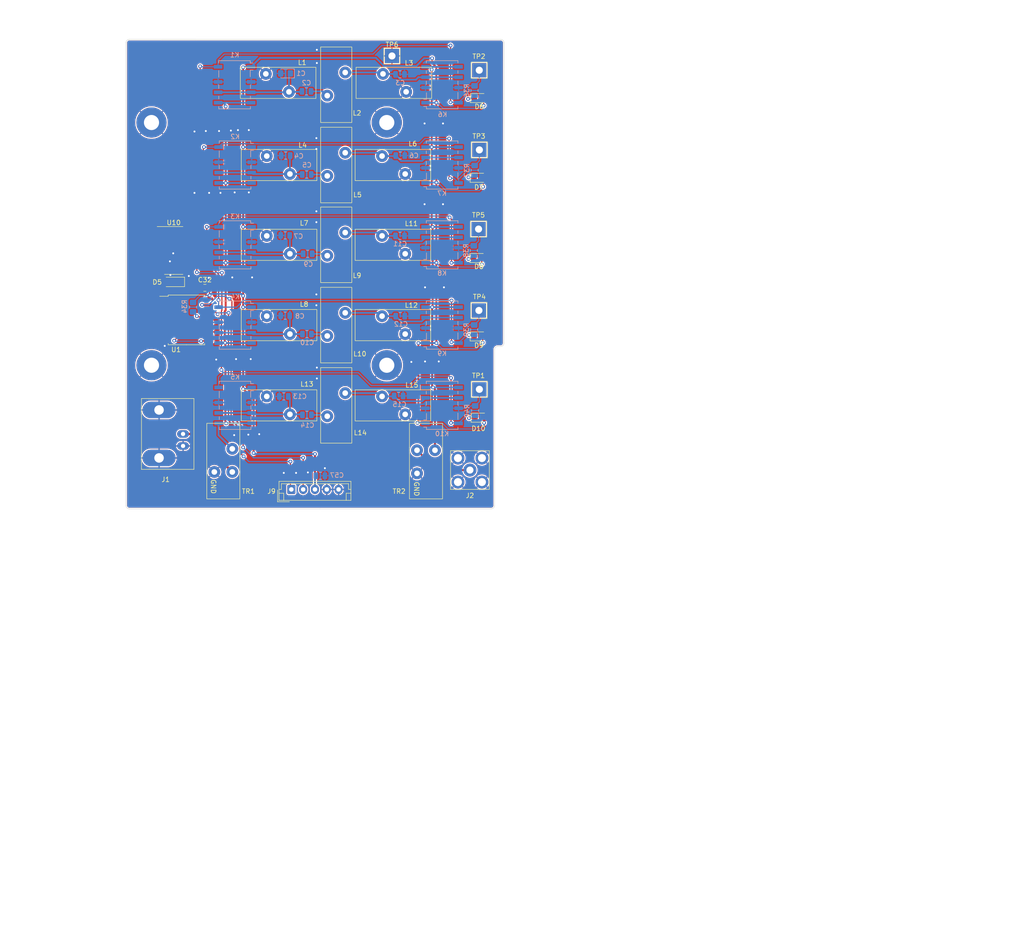
<source format=kicad_pcb>
(kicad_pcb (version 20211014) (generator pcbnew)
  (layers (0 "F.Cu" signal) (31 "B.Cu" signal) (34 "B.Paste" user) (35 "F.Paste" user) (36 "B.SilkS" user "B.Silkscreen") (37 "F.SilkS" user "F.Silkscreen") (38 "B.Mask" user) (39 "F.Mask" user) (44 "Edge.Cuts" user))
  (net 0 "")
  (net 1 "Net-(J1-Pad1)")
  (net 2 "GNDA")
  (net 3 "Net-(C1-Pad1)")
  (net 4 "Net-(C2-Pad1)")
  (net 5 "Net-(C3-Pad1)")
  (net 6 "Net-(C4-Pad1)")
  (net 7 "Net-(C5-Pad1)")
  (net 8 "Net-(C6-Pad1)")
  (net 9 "Net-(C7-Pad1)")
  (net 10 "Net-(C10-Pad2)")
  (net 11 "Net-(C9-Pad1)")
  (net 12 "Net-(C10-Pad1)")
  (net 13 "Net-(C11-Pad1)")
  (net 14 "Net-(C12-Pad1)")
  (net 15 "Net-(C13-Pad1)")
  (net 16 "Net-(C14-Pad1)")
  (net 17 "Net-(C15-Pad1)")
  (net 18 "V5A")
  (net 19 "Net-(D5-Pad1)")
  (net 20 "Net-(D6-Pad1)")
  (net 21 "Net-(D7-Pad1)")
  (net 22 "Net-(D8-Pad1)")
  (net 23 "Net-(D9-Pad1)")
  (net 24 "Net-(D10-Pad1)")
  (net 25 "Net-(J2-Pad1)")
  (net 26 "Net-(J9-Pad1)")
  (net 27 "Net-(J9-Pad2)")
  (net 28 "Net-(K1-Pad4)")
  (net 29 "B1")
  (net 30 "B2")
  (net 31 "B3")
  (net 32 "B4")
  (net 33 "B5")
  (net 34 "Net-(K10-Pad4)")
  (net 35 "Net-(R34-Pad1)")
  (net 36 "Net-(U1-Pad4)")
  (net 37 "Net-(U1-Pad5)")
  (net 38 "Net-(U1-Pad6)")
  (net 39 "Net-(U1-Pad7)")
  (net 40 "Net-(U1-Pad9)")
  (footprint "PERE:Coil_toroid_T50_Vertical" (layer "F.Cu") (at 72.3 106.5 180)
    (fp_text reference "L13")
    (fp_text value "65nH")
  )
  (footprint "PERE:TR_4_to_1_T50_Vertical" (layer "F.Cu") (at 103.5 118.4 -90)
    (fp_text reference "TR2")
    (fp_text value "4:1")
  )
  (footprint "PERE:Coil_toroid_T50_Vertical" (layer "F.Cu") (at 96.6 106.5)
    (fp_text reference "L15")
    (fp_text value "65nH")
  )
  (footprint "TestPoint:TestPoint_THTPad_3.0x3.0mm_Drill1.5mm" (layer "F.Cu") (at 114.625 69.1625)
    (fp_text reference "TP5")
    (fp_text value "TestPoint_Flag" hide)
  )
  (footprint "TestPoint:TestPoint_THTPad_3.0x3.0mm_Drill1.5mm" (layer "F.Cu") (at 114.8 103.1)
    (fp_text reference "TP1")
    (fp_text value "TestPoint_Flag" hide)
  )
  (footprint "PERE:Coil_toroid_T50_Vertical" (layer "F.Cu") (at 72.1 38.2 180)
    (fp_text reference "L1")
    (fp_text value "3,16uH")
  )
  (footprint "PERE:TR_4_to_1_T50_Vertical" (layer "F.Cu") (at 60.6 118.2 90)
    (fp_text reference "TR1")
    (fp_text value "4:1")
  )
  (footprint "PERE:Coil_toroid_T50_Vertical" (layer "F.Cu") (at 72.3 55.6 180)
    (fp_text reference "L4")
    (fp_text value "1,41uH")
  )
  (footprint "TestPoint:TestPoint_THTPad_3.0x3.0mm_Drill1.5mm" (layer "F.Cu") (at 114.775 35.525)
    (fp_text reference "TP2")
    (fp_text value "TestPoint_Flag" hide)
  )
  (footprint "PERE:Coil_toroid_T50_Vertical" (layer "F.Cu") (at 96.6 55.6)
    (fp_text reference "L6")
    (fp_text value "1.41uH")
  )
  (footprint "TestPoint:TestPoint_THTPad_3.0x3.0mm_Drill1.5mm" (layer "F.Cu") (at 114.7 86.4)
    (fp_text reference "TP4")
    (fp_text value "TestPoint_Flag" hide)
  )
  (footprint "PERE:Coil_toroid_T50_Vertical" (layer "F.Cu") (at 84.5 89.4 90)
    (fp_text reference "L10")
    (fp_text value "16uH")
  )
  (footprint "LED_SMD:LED_0805_2012Metric_Pad1.15x1.40mm_HandSolder" (layer "F.Cu") (at 114.7 58.3)
    (fp_text reference "D7")
    (fp_text value "LED")
  )
  (footprint "PERE:Coil_toroid_T50_Vertical" (layer "F.Cu") (at 96.6 89.5)
    (fp_text reference "L12")
    (fp_text value "242nH")
  )
  (footprint "TestPoint:TestPoint_THTPad_3.0x3.0mm_Drill1.5mm" (layer "F.Cu") (at 96.3 32.5)
    (fp_text reference "TP6")
    (fp_text value "TestPoint_Flag" hide)
  )
  (footprint "Package_SO:SOIC-16W_7.5x10.3mm_P1.27mm" (layer "F.Cu") (at 52.8 88.4)
    (fp_text reference "U1")
    (fp_text value "PCF8574A")
  )
  (footprint "Capacitor_SMD:C_0805_2012Metric" (layer "F.Cu") (at 56.7 81.6)
    (fp_text reference "C32")
    (fp_text value "100n")
  )
  (footprint "PERE:SMA_Amphenol_901-144_Vertical" (layer "F.Cu") (at 112.8 120.2)
    (fp_text reference "J2")
    (fp_text value "RF IN/OUT")
  )
  (footprint "LED_SMD:LED_0805_2012Metric_Pad1.15x1.40mm_HandSolder" (layer "F.Cu") (at 114.625 75.3)
    (fp_text reference "D8")
    (fp_text value "LED")
  )
  (footprint "PERE:Coil_toroid_T50_Vertical" (layer "F.Cu") (at 84.5 106.4 90)
    (fp_text reference "L14")
    (fp_text value "21,45uH")
  )
  (footprint "PERE:BNC_Amphenol_B6252HB-NPP3G-50_Horizontal" (layer "F.Cu") (at 52.08 112.55 90)
    (fp_text reference locked "J1")
    (fp_text value "ANTENA")
  )
  (footprint "PERE:Coil_toroid_T50_Vertical" (layer "F.Cu") (at 84.5 38.5 90)
    (fp_text reference "L2")
    (fp_text value "34,12uH")
  )
  (footprint "Connector_JST:JST_EH_B5B-EH-A_1x05_P2.50mm_Vertical" (layer "F.Cu") (at 75 124.3)
    (fp_text reference "J9")
    (fp_text value "Conn_01x05" hide)
  )
  (footprint "LED_SMD:LED_0805_2012Metric_Pad1.15x1.40mm_HandSolder" (layer "F.Cu") (at 114.775 41.425)
    (fp_text reference "D6")
    (fp_text value "LED")
  )
  (footprint "PERE:Coil_toroid_T50_Vertical" (layer "F.Cu") (at 96.6 72.5)
    (fp_text reference "L11")
    (fp_text value "521nH")
  )
  (footprint "PERE:Coil_toroid_T50_Vertical" (layer "F.Cu") (at 96.8 38.2)
    (fp_text reference "L3")
    (fp_text value "3,16uH")
  )
  (footprint "TestPoint:TestPoint_THTPad_3.0x3.0mm_Drill1.5mm" (layer "F.Cu") (at 114.8 52.39375)
    (fp_text reference "TP3")
    (fp_text value "TestPoint_Flag" hide)
  )
  (footprint "MountingHole:MountingHole_3.2mm_M3_Pad_TopBottom" (layer "F.Cu") (at 45.4 46.6)
    (fp_text reference "H2" hide)
    (fp_text value "MountingHole_Pad" hide)
  )
  (footprint "LED_SMD:LED_0805_2012Metric_Pad1.15x1.40mm_HandSolder" (layer "F.Cu") (at 114.7 91.9)
    (fp_text reference "D9")
    (fp_text value "LED")
  )
  (footprint "PERE:Coil_toroid_T50_Vertical" (layer "F.Cu") (at 72.3 72.5 180)
    (fp_text reference "L7")
    (fp_text value "521nH")
  )
  (footprint "MountingHole:MountingHole_3.2mm_M3_Pad_TopBottom" (layer "F.Cu") (at 95.2 98)
    (fp_text reference "H1" hide)
    (fp_text value "MountingHole_Pad" hide)
  )
  (footprint "MountingHole:MountingHole_3.2mm_M3_Pad_TopBottom" (layer "F.Cu") (at 95.2 46.6)
    (fp_text reference "H4" hide)
    (fp_text value "MountingHole_Pad" hide)
  )
  (footprint "MountingHole:MountingHole_3.2mm_M3_Pad_TopBottom" (layer "F.Cu") (at 45.4 98)
    (fp_text reference "H3" hide)
    (fp_text value "MountingHole_Pad" hide)
  )
  (footprint "PERE:Coil_toroid_T50_Vertical" (layer "F.Cu") (at 84.5 55.5 90)
    (fp_text reference "L5")
    (fp_text value "20,2uH")
  )
  (footprint "Diode_SMD:D_SOD-123" (layer "F.Cu") (at 50.15 80.35 180)
    (fp_text reference "D5")
    (fp_text value "10V")
  )
  (footprint "PERE:Coil_toroid_T50_Vertical" (layer "F.Cu") (at 84.5 72.4 90)
    (fp_text reference "L9")
    (fp_text value "15,3uH")
  )
  (footprint "Package_SO:SOP-16_3.9x9.9mm_P1.27mm" (layer "F.Cu") (at 50.1 73.7)
    (fp_text reference "U10")
    (fp_text value "ULN2003 SOP16")
  )
  (footprint "PERE:Coil_toroid_T50_Vertical" (layer "F.Cu") (at 72.3 89.5 180)
    (fp_text reference "L8")
    (fp_text value "242nH")
  )
  (footprint "LED_SMD:LED_0805_2012Metric_Pad1.15x1.40mm_HandSolder" (layer "F.Cu") (at 114.9 109.1)
    (fp_text reference "D10")
    (fp_text value "LED")
  )
  (footprint "Resistor_SMD:R_0805_2012Metric_Pad1.20x1.40mm_HandSolder" (layer "B.Cu") (at 113.9 107.6 -90)
    (fp_text reference "R40")
    (fp_text value "390R")
  )
  (footprint "Relay_SMD:Relay_DPDT_Omron_G6K-2F-Y" (layer "B.Cu") (at 106.9 106.5)
    (fp_text reference "K10")
    (fp_text value "G6K-2")
  )
  (footprint "Capacitor_SMD:C_0805_2012Metric" (layer "B.Cu") (at 98.05 53.6)
    (fp_text reference "C6")
    (fp_text value "252pF")
  )
  (footprint "Relay_SMD:Relay_DPDT_Omron_G6K-2F-Y" (layer "B.Cu") (at 106.9 72.5)
    (fp_text reference "K8")
    (fp_text value "G6K-2")
  )
  (footprint "Resistor_SMD:R_0805_2012Metric_Pad1.20x1.40mm_HandSolder" (layer "B.Cu") (at 113.7 90.46875 -90)
    (fp_text reference "R39")
    (fp_text value "390R")
  )
  (footprint "Capacitor_SMD:C_0805_2012Metric" (layer "B.Cu") (at 98 70.6)
    (fp_text reference "C11")
    (fp_text value "191pF")
  )
  (footprint "Relay_SMD:Relay_DPDT_Omron_G6K-2F-Y" (layer "B.Cu") (at 63.1 89.5 180)
    (fp_text reference "K4")
    (fp_text value "G6K-2")
  )
  (footprint "Capacitor_SMD:C_0805_2012Metric" (layer "B.Cu") (at 78.25 57.6 180)
    (fp_text reference "C5")
    (fp_text value "18pF")
  )
  (footprint "Capacitor_SMD:C_0805_2012Metric" (layer "B.Cu") (at 73.7 87.5 180)
    (fp_text reference "C8")
    (fp_text value "200pF")
  )
  (footprint "Capacitor_SMD:C_0805_2012Metric" (layer "B.Cu") (at 78.3 108.5 180)
    (fp_text reference "C14")
    (fp_text value "1,5pF")
  )
  (footprint "Capacitor_SMD:C_0805_2012Metric" (layer "B.Cu") (at 98.05 87.6)
    (fp_text reference "C12")
    (fp_text value "200pF")
  )
  (footprint "Capacitor_SMD:C_0805_2012Metric" (layer "B.Cu") (at 98 36.4)
    (fp_text reference "C3")
    (fp_text value "426pF")
  )
  (footprint "Resistor_SMD:R_0805_2012Metric_Pad1.20x1.40mm_HandSolder" (layer "B.Cu") (at 113.8 56.7 -90)
    (fp_text reference "R37")
    (fp_text value "390R")
  )
  (footprint "Relay_SMD:Relay_DPDT_Omron_G6K-2F-Y" (layer "B.Cu") (at 63.1 106.5 180)
    (fp_text reference "K5")
    (fp_text value "G6K-2")
  )
  (footprint "Capacitor_SMD:C_0805_2012Metric" (layer "B.Cu") (at 81.15 121.4 180)
    (fp_text reference "C57")
    (fp_text value "100n")
  )
  (footprint "Capacitor_SMD:C_0805_2012Metric" (layer "B.Cu") (at 97.7 104.5)
    (fp_text reference "C15")
    (fp_text value "470pF")
  )
  (footprint "Relay_SMD:Relay_DPDT_Omron_G6K-2F-Y" (layer "B.Cu") (at 63.1 72.5 180)
    (fp_text reference "K3")
    (fp_text value "G6K-2")
  )
  (footprint "Capacitor_SMD:C_0805_2012Metric" (layer "B.Cu") (at 78.2 40 180)
    (fp_text reference "C2")
    (fp_text value "39pF")
  )
  (footprint "Resistor_SMD:R_0805_2012Metric_Pad1.20x1.40mm_HandSolder" (layer "B.Cu") (at 54.2 85.7 90)
    (fp_text reference "R34")
    (fp_text value "1k")
  )
  (footprint "Capacitor_SMD:C_0805_2012Metric" (layer "B.Cu") (at 78.45 74.4 180)
    (fp_text reference "C9")
    (fp_text value "6,5pF")
  )
  (footprint "LED_SMD:LED_0805_2012Metric_Pad1.15x1.40mm_HandSolder" (layer "B.Cu") (at 73.775 36.2 180)
    (fp_text reference "C1")
    (fp_text value "426pF")
  )
  (footprint "Relay_SMD:Relay_DPDT_Omron_G6K-2F-Y" (layer "B.Cu") (at 106.9 55.6)
    (fp_text reference "K7")
    (fp_text value "G6K-2")
  )
  (footprint "Resistor_SMD:R_0805_2012Metric_Pad1.20x1.40mm_HandSolder" (layer "B.Cu") (at 113.625 73.7 -90)
    (fp_text reference "R38")
    (fp_text value "390R")
  )
  (footprint "Relay_SMD:Relay_DPDT_Omron_G6K-2F-Y" (layer "B.Cu") (at 106.9 38.6)
    (fp_text reference "K6")
    (fp_text value "G6K-2")
  )
  (footprint "Relay_SMD:Relay_DPDT_Omron_G6K-2F-Y" (layer "B.Cu") (at 63 38.6 180)
    (fp_text reference "K1")
    (fp_text value "G6K-2")
  )
  (footprint "Capacitor_SMD:C_0805_2012Metric" (layer "B.Cu") (at 73.8 53.6 180)
    (fp_text reference "C4")
    (fp_text value "252pF")
  )
  (footprint "Capacitor_SMD:C_0805_2012Metric" (layer "B.Cu") (at 78.3 91.4 180)
    (fp_text reference "C10")
    (fp_text value "3pF")
  )
  (footprint "Capacitor_SMD:C_0805_2012Metric" (layer "B.Cu") (at 73.4 104.6 180)
    (fp_text reference "C13")
    (fp_text value "470pF")
  )
  (footprint "Relay_SMD:Relay_DPDT_Omron_G6K-2F-Y" (layer "B.Cu") (at 63.1 55.6 180)
    (fp_text reference "K2")
    (fp_text value "G6K-2")
  )
  (footprint "Capacitor_SMD:C_0805_2012Metric" (layer "B.Cu") (at 73.7 70.5 180)
    (fp_text reference "C7")
    (fp_text value "191pF")
  )
  (footprint "Relay_SMD:Relay_DPDT_Omron_G6K-2F-Y" (layer "B.Cu") (at 106.9 89.5)
    (fp_text reference "K9")
    (fp_text value "G6K-2")
  )
  (footprint "Resistor_SMD:R_0805_2012Metric_Pad1.20x1.40mm_HandSolder" (layer "B.Cu") (at 113.775 39.825 -90)
    (fp_text reference "R36")
    (fp_text value "390R")
  )
  (gr_arc locked (start 118 94.7) (mid 118.193885 94.211515) (end 118.675 94) (layer "Edge.Cuts") (width 0.1))
  (gr_line locked (start 120.023551 29.713609) (end 119.993885 93.311515) (layer "Edge.Cuts") (width 0.1))
  (gr_arc locked (start 40.013609 29.728232) (mid 40.201667 29.208452) (end 40.713609 29) (layer "Edge.Cuts") (width 0.1))
  (gr_line locked (start 118.675 94) (end 119.318885 94.011515) (layer "Edge.Cuts") (width 0.1))
  (gr_arc locked (start 118 127.7) (mid 117.806115 128.188485) (end 117.325 128.4) (layer "Edge.Cuts") (width 0.1))
  (gr_line locked (start 81.051783 128.4) (end 117.325 128.4) (layer "Edge.Cuts") (width 0.1))
  (gr_line locked (start 119.271768 29.013609) (end 40.713609 29) (layer "Edge.Cuts") (width 0.1))
  (gr_line locked (start 40.751783 128.4) (end 81.051783 128.4) (layer "Edge.Cuts") (width 0.1))
  (gr_line locked (start 118 94.7) (end 118 127.7) (layer "Edge.Cuts") (width 0.1))
  (gr_arc locked (start 119.271768 29.013609) (mid 119.8 29.2) (end 120.023551 29.713609) (layer "Edge.Cuts") (width 0.1))
  (gr_line locked (start 40.013609 29.728232) (end 40 127.7) (layer "Edge.Cuts") (width 0.1))
  (gr_arc locked (start 40.751783 128.4) (mid 40.223551 128.213609) (end 40 127.7) (layer "Edge.Cuts") (width 0.1))
  (gr_arc locked (start 119.993885 93.311515) (mid 119.8 93.8) (end 119.318885 94.011515) (layer "Edge.Cuts") (width 0.1))
  (segment (start 54.45 112.55) (end 52.08 112.55) (width 0.5) (layer "F.Cu") (net 1))
  (segment (start 62.5 120.6) (end 54.45 112.55) (width 0.5) (layer "F.Cu") (net 1))
  (segment (start 48.5 79.045) (end 48.5 80.35) (width 0.25) (layer "F.Cu") (net 2))
  (segment (start 47.6 78.145) (end 48.5 79.045) (width 0.25) (layer "F.Cu") (net 2))
  (via (at 80.4 98.5) (size 0.8) (drill 0.4) (layers "F.Cu" "B.Cu") (net 2))
  (via (at 65.9 112.7) (size 0.8) (drill 0.4) (layers "F.Cu" "B.Cu") (net 2))
  (via (at 62.2 48.3) (size 0.8) (drill 0.4) (layers "F.Cu" "B.Cu") (net 2))
  (via (at 100.4 97.3) (size 0.8) (drill 0.4) (layers "F.Cu" "B.Cu") (net 2))
  (via (at 63.3 96.7) (size 0.8) (drill 0.4) (layers "F.Cu" "B.Cu") (net 2))
  (via (at 82.1 119.8) (size 0.8) (drill 0.4) (layers "F.Cu" "B.Cu") (net 2))
  (via (at 54.5 61.5) (size 0.8) (drill 0.4) (layers "F.Cu" "B.Cu") (net 2))
  (via (at 49.4 78.9) (size 0.8) (drill 0.4) (layers "F.Cu" "B.Cu") (net 2))
  (via (at 68.2 112.6) (size 0.8) (drill 0.4) (layers "F.Cu" "B.Cu") (net 2))
  (via (at 80.3 65.4) (size 0.8) (drill 0.4) (layers "F.Cu" "B.Cu") (net 2))
  (via (at 106.2 97.2) (size 0.8) (drill 0.4) (layers "F.Cu" "B.Cu") (net 2))
  (via (at 103.2 46.8) (size 0.8) (drill 0.4) (layers "F.Cu" "B.Cu") (net 2))
  (via (at 78.5 120.7) (size 0.8) (drill 0.4) (layers "F.Cu" "B.Cu") (net 2))
  (via (at 63 61.4) (size 0.8) (drill 0.4) (layers "F.Cu" "B.Cu") (net 2))
  (via (at 103.2 63.9) (size 0.8) (drill 0.4) (layers "F.Cu" "B.Cu") (net 2))
  (via (at 50 74.3) (size 0.8) (drill 0.4) (layers "F.Cu" "B.Cu") (net 2))
  (via (at 53.3 79.1) (size 0.8) (drill 0.4) (layers "F.Cu" "B.Cu") (net 2))
  (via (at 73.4 120.8) (size 0.8) (drill 0.4) (layers "F.Cu" "B.Cu") (net 2))
  (via (at 80.3 83) (size 0.8) (drill 0.4) (layers "F.Cu" "B.Cu") (net 2))
  (via (at 60 61.5) (size 0.8) (drill 0.4) (layers "F.Cu" "B.Cu") (net 2))
  (via (at 80.4 34) (size 0.8) (drill 0.4) (layers "F.Cu" "B.Cu") (net 2))
  (via (at 62.9 112.8) (size 0.8) (drill 0.4) (layers "F.Cu" "B.Cu") (net 2))
  (via (at 48.2 93.9) (size 0.8) (drill 0.4) (layers "F.Cu" "B.Cu") (net 2))
  (via (at 107.1 46.8) (size 0.8) (drill 0.4) (layers "F.Cu" "B.Cu") (net 2))
  (via (at 57.5 79.5) (size 0.8) (drill 0.4) (layers "F.Cu" "B.Cu") (net 2))
  (via (at 80.4 31.2) (size 0.8) (drill 0.4) (layers "F.Cu" "B.Cu") (net 2))
  (via (at 59.7 48.4) (size 0.8) (drill 0.4) (layers "F.Cu" "B.Cu") (net 2))
  (via (at 62.5 79.4) (size 0.8) (drill 0.4) (layers "F.Cu" "B.Cu") (net 2))
  (via (at 80.3 49.9) (size 0.8) (drill 0.4) (layers "F.Cu" "B.Cu") (net 2))
  (via (at 80.4 100.8) (size 0.8) (drill 0.4) (layers "F.Cu" "B.Cu") (net 2))
  (via (at 80.3 67.7) (size 0.8) (drill 0.4) (layers "F.Cu" "B.Cu") (net 2))
  (via (at 66 48.2) (size 0.8) (drill 0.4) (layers "F.Cu" "B.Cu") (net 2))
  (via (at 80.3 52.2) (size 0.8) (drill 0.4) (layers "F.Cu" "B.Cu") (net 2))
  (via (at 103.3 97.2) (size 0.8) (drill 0.4) (layers "F.Cu" "B.Cu") (net 2))
  (via (at 107.3 81.5) (size 0.8) (drill 0.4) (layers "F.Cu" "B.Cu") (net 2))
  (via (at 107.1 63.9) (size 0.8) (drill 0.4) (layers "F.Cu" "B.Cu") (net 2))
  (via (at 80.3 85.3) (size 0.8) (drill 0.4) (layers "F.Cu" "B.Cu") (net 2))
  (via (at 103.3 81.5) (size 0.8) (drill 0.4) (layers "F.Cu" "B.Cu") (net 2))
  (via (at 59.1 96.8) (size 0.8) (drill 0.4) (layers "F.Cu" "B.Cu") (net 2))
  (via (at 57.6 61.5) (size 0.8) (drill 0.4) (layers "F.Cu" "B.Cu") (net 2))
  (via (at 63.7 48.2) (size 0.8) (drill 0.4) (layers "F.Cu" "B.Cu") (net 2))
  (via (at 56.9 48.4) (size 0.8) (drill 0.4) (layers "F.Cu" "B.Cu") (net 2))
  (via (at 66.7 79.4) (size 0.8) (drill 0.4) (layers "F.Cu" "B.Cu") (net 2))
  (via (at 66 61.4) (size 0.8) (drill 0.4) (layers "F.Cu" "B.Cu") (net 2))
  (via (at 54.5 48.5) (size 0.8) (drill 0.4) (layers "F.Cu" "B.Cu") (net 2))
  (via (at 49.3 76) (size 0.8) (drill 0.4) (layers "F.Cu" "B.Cu") (net 2))
  (via (at 66.4 96.7) (size 0.8) (drill 0.4) (layers "F.Cu" "B.Cu") (net 2))
  (via (at 76 120.8) (size 0.8) (drill 0.4) (layers "F.Cu" "B.Cu") (net 2))
  (segment (start 66.5 40.2) (end 74.4 40.2) (width 0.4) (layer "B.Cu") (net 3))
  (segment (start 74.5 40.1) (end 74.5 36.5) (width 0.4) (layer "B.Cu") (net 3))
  (segment (start 74.5 36.5) (end 74.8 36.2) (width 0.4) (layer "B.Cu") (net 3))
  (segment (start 74.4 40.2) (end 74.5 40.1) (width 0.4) (layer "B.Cu") (net 3))
  (segment (start 74.5 40.1) (end 77.15 40.1) (width 0.4) (layer "B.Cu") (net 3))
  (segment (start 66.5 40.2) (end 59.5 40.2) (width 0.4) (layer "B.Cu") (net 3))
  (segment (start 77.15 40.1) (end 77.25 40) (width 0.4) (layer "B.Cu") (net 3))
  (segment (start 81.7 40) (end 82.6 40.9) (width 0.4) (layer "B.Cu") (net 4))
  (segment (start 79.15 40) (end 81.7 40) (width 0.4) (layer "B.Cu") (net 4))
  (segment (start 94.1 36) (end 94.4 36.3) (width 0.4) (layer "B.Cu") (net 5))
  (segment (start 96.95 36.3) (end 97.05 36.4) (width 0.4) (layer "B.Cu") (net 5))
  (segment (start 97.05 36.4) (end 98.17452 37.52452) (width 0.4) (layer "B.Cu") (net 5))
  (segment (start 103.4 37) (end 110.4 37) (width 0.4) (layer "B.Cu") (net 5))
  (segment (start 86.4 36) (end 94.1 36) (width 0.4) (layer "B.Cu") (net 5))
  (segment (start 101.37548 37.52452) (end 101.9 37) (width 0.4) (layer "B.Cu") (net 5))
  (segment (start 94.4 36.3) (end 96.95 36.3) (width 0.4) (layer "B.Cu") (net 5))
  (segment (start 101.9 37) (end 103.4 37) (width 0.4) (layer "B.Cu") (net 5))
  (segment (start 98.17452 37.52452) (end 101.37548 37.52452) (width 0.4) (layer "B.Cu") (net 5))
  (segment (start 66.6 57.2) (end 59.6 57.2) (width 0.4) (layer "B.Cu") (net 6))
  (segment (start 66.9 57.5) (end 66.6 57.2) (width 0.4) (layer "B.Cu") (net 6))
  (segment (start 74.7 53.65) (end 74.75 53.6) (width 0.4) (layer "B.Cu") (net 6))
  (segment (start 77.2 57.5) (end 77.3 57.6) (width 0.4) (layer "B.Cu") (net 6))
  (segment (start 74.7 57.5) (end 74.7 53.65) (width 0.4) (layer "B.Cu") (net 6))
  (segment (start 74.7 57.5) (end 77.2 57.5) (width 0.4) (layer "B.Cu") (net 6))
  (segment (start 74.7 57.5) (end 66.9 57.5) (width 0.4) (layer "B.Cu") (net 6))
  (segment (start 82.3 57.6) (end 82.6 57.9) (width 0.4) (layer "B.Cu") (net 7))
  (segment (start 79.2 57.6) (end 82.3 57.6) (width 0.4) (layer "B.Cu") (net 7))
  (segment (start 93.5 53) (end 94.2 53.7) (width 0.4) (layer "B.Cu") (net 8))
  (segment (start 98.22452 54.72452) (end 102.67548 54.72452) (width 0.4) (layer "B.Cu") (net 8))
  (segment (start 97.1 53.6) (end 98.22452 54.72452) (width 0.4) (layer "B.Cu") (net 8))
  (segment (start 97 53.7) (end 97.1 53.6) (width 0.4) (layer "B.Cu") (net 8))
  (segment (start 102.67548 54.72452) (end 103.4 54) (width 0.4) (layer "B.Cu") (net 8))
  (segment (start 86.4 53) (end 93.5 53) (width 0.4) (layer "B.Cu") (net 8))
  (segment (start 103.4 54) (end 110.4 54) (width 0.4) (layer "B.Cu") (net 8))
  (segment (start 94.2 53.7) (end 97 53.7) (width 0.4) (layer "B.Cu") (net 8))
  (segment (start 74.7 74.4) (end 74.7 70.55) (width 0.4) (layer "B.Cu") (net 9))
  (segment (start 66.6 74.1) (end 59.6 74.1) (width 0.4) (layer "B.Cu") (net 9))
  (segment (start 66.9 74.4) (end 66.6 74.1) (width 0.4) (layer "B.Cu") (net 9))
  (segment (start 74.7 74.4) (end 77.5 74.4) (width 0.4) (layer "B.Cu") (net 9))
  (segment (start 74.7 70.55) (end 74.65 70.5) (width 0.4) (layer "B.Cu") (net 9))
  (segment (start 74.7 74.4) (end 66.9 74.4) (width 0.4) (layer "B.Cu") (net 9))
  (segment (start 77.35 91.4) (end 74.7 91.4) (width 0.4) (layer "B.Cu") (net 10))
  (segment (start 74.7 91.4) (end 74.7 86.6) (width 0.4) (layer "B.Cu") (net 10))
  (segment (start 74.7 91.4) (end 66.9 91.4) (width 0.4) (layer "B.Cu") (net 10))
  (segment (start 66.6 91.1) (end 59.6 91.1) (width 0.4) (layer "B.Cu") (net 10))
  (segment (start 66.9 91.4) (end 66.6 91.1) (width 0.4) (layer "B.Cu") (net 10))
  (segment (start 82.2 74.4) (end 82.6 74.8) (width 0.4) (layer "B.Cu") (net 11))
  (segment (start 79.4 74.4) (end 82.2 74.4) (width 0.4) (layer "B.Cu") (net 11))
  (segment (start 79.25 91.4) (end 82.2 91.4) (width 0.4) (layer "B.Cu") (net 12))
  (segment (start 82.2 91.4) (end 82.6 91.8) (width 0.4) (layer "B.Cu") (net 12))
  (segment (start 102.57548 71.72452) (end 103.4 70.9) (width 0.4) (layer "B.Cu") (net 13))
  (segment (start 103.4 70.9) (end 110.4 70.9) (width 0.4) (layer "B.Cu") (net 13))
  (segment (start 97.05 70.6) (end 98.17452 71.72452) (width 0.4) (layer "B.Cu") (net 13))
  (segment (start 94.2 70.6) (end 97.05 70.6) (width 0.4) (layer "B.Cu") (net 13))
  (segment (start 93.5 69.9) (end 94.2 70.6) (width 0.4) (layer "B.Cu") (net 13))
  (segment (start 86.4 69.9) (end 93.5 69.9) (width 0.4) (layer "B.Cu") (net 13))
  (segment (start 98.17452 71.72452) (end 102.57548 71.72452) (width 0.4) (layer "B.Cu") (net 13))
  (segment (start 98.22452 88.72452) (end 102.57548 88.72452) (width 0.4) (layer "B.Cu") (net 14))
  (segment (start 97.1 87.6) (end 98.22452 88.72452) (width 0.4) (layer "B.Cu") (net 14))
  (segment (start 93.5 86.9) (end 94.2 87.6) (width 0.4) (layer "B.Cu") (net 14))
  (segment (start 102.57548 88.72452) (end 103.4 87.9) (width 0.4) (layer "B.Cu") (net 14))
  (segment (start 94.2 87.6) (end 97.1 87.6) (width 0.4) (layer "B.Cu") (net 14))
  (segment (start 103.4 87.9) (end 110.4 87.9) (width 0.4) (layer "B.Cu") (net 14))
  (segment (start 86.4 86.9) (end 93.5 86.9) (width 0.4) (layer "B.Cu") (net 14))
  (segment (start 74.7 108.4) (end 74.7 104.95) (width 0.4) (layer "B.Cu") (net 15))
  (segment (start 74.7 108.4) (end 66.9 108.4) (width 0.4) (layer "B.Cu") (net 15))
  (segment (start 74.7 108.4) (end 77.25 108.4) (width 0.4) (layer "B.Cu") (net 15))
  (segment (start 66.9 108.4) (end 66.6 108.1) (width 0.4) (layer "B.Cu") (net 15))
  (segment (start 74.7 104.95) (end 74.35 104.6) (width 0.4) (layer "B.Cu") (net 15))
  (segment (start 66.6 108.1) (end 59.6 108.1) (width 0.4) (layer "B.Cu") (net 15))
  (segment (start 77.25 108.4) (end 77.35 108.5) (width 0.4) (layer "B.Cu") (net 15))
  (segment (start 79.25 108.5) (end 82.3 108.5) (width 0.4) (layer "B.Cu") (net 16))
  (segment (start 82.3 108.5) (end 82.6 108.8) (width 0.4) (layer "B.Cu") (net 16))
  (segment (start 93.5 103.9) (end 94.2 104.6) (width 0.4) (layer "B.Cu") (net 17))
  (segment (start 96.65 104.6) (end 96.75 104.5) (width 0.4) (layer "B.Cu") (net 17))
  (segment (start 86.4 103.9) (end 93.5 103.9) (width 0.4) (layer "B.Cu") (net 17))
  (segment (start 94.2 104.6) (end 96.65 104.6) (width 0.4) (layer "B.Cu") (net 17))
  (segment (start 97.87452 105.62452) (end 102.67548 105.62452) (width 0.4) (layer "B.Cu") (net 17))
  (segment (start 96.75 104.5) (end 97.87452 105.62452) (width 0.4) (layer "B.Cu") (net 17))
  (segment (start 103.4 104.9) (end 110.4 104.9) (width 0.4) (layer "B.Cu") (net 17))
  (segment (start 102.67548 105.62452) (end 103.4 104.9) (width 0.4) (layer "B.Cu") (net 17))
  (segment (start 57.7 81.65) (end 57.65 81.6) (width 0.25) (layer "F.Cu") (net 18))
  (segment (start 104.8 33) (end 104.8 34) (width 0.4) (layer "F.Cu") (net 18))
  (segment (start 105.7 59.3) (end 105.7 76.3) (width 0.4) (layer "F.Cu") (net 18))
  (segment (start 115.7 41.525) (end 115.8 41.425) (width 0.25) (layer "F.Cu") (net 18))
  (segment (start 115.5 92.125) (end 115.725 91.9) (width 0.25) (layer "F.Cu") (net 18))
  (segment (start 64.8 34.9) (end 64.8 51.8) (width 0.4) (layer "F.Cu") (net 18))
  (segment (start 115.5 93.2) (end 115.5 92.125) (width 0.25) (layer "F.Cu") (net 18))
  (segment (start 115.6 58.425) (end 115.725 58.3) (width 0.25) (layer "F.Cu") (net 18))
  (segment (start 105.7 42.4) (end 105.7 59.3) (width 0.4) (layer "F.Cu") (net 18))
  (segment (start 57.45 83.45) (end 57.7 83.2) (width 0.4) (layer "F.Cu") (net 18))
  (segment (start 101.9 110) (end 101.7 110.2) (width 0.4) (layer "F.Cu") (net 18))
  (segment (start 105.7 34.9) (end 105.7 42.4) (width 0.4) (layer "F.Cu") (net 18))
  (segment (start 64.8 85.7) (end 64.8 102.7) (width 0.4) (layer "F.Cu") (net 18))
  (segment (start 115.8 110.2) (end 115.8 109.225) (width 0.25) (layer "F.Cu") (net 18))
  (segment (start 64.8 102.7) (end 64.8 103) (width 0.4) (layer "F.Cu") (net 18))
  (segment (start 57.45 83.955) (end 57.45 83.45) (width 0.4) (layer "F.Cu") (net 18))
  (segment (start 64.8 103) (end 67.012299 105.212299) (width 0.4) (layer "F.Cu") (net 18))
  (segment (start 105.7 76.3) (end 105.7 93.3) (width 0.4) (layer "F.Cu") (net 18))
  (segment (start 80 116.8) (end 80 124.3) (width 0.4) (layer "F.Cu") (net 18))
  (segment (start 101.9 93.3) (end 101.9 110) (width 0.4) (layer "F.Cu") (net 18))
  (segment (start 64.8 83.3) (end 64.8 85.7) (width 0.4) (layer "F.Cu") (net 18))
  (segment (start 115.3 76.6) (end 115.3 75.65) (width 0.25) (layer "F.Cu") (net 18))
  (segment (start 115.8 109.225) (end 115.925 109.1) (width 0.25) (layer "F.Cu") (net 18))
  (segment (start 104.8 34) (end 105.7 34.9) (width 0.4) (layer "F.Cu") (net 18))
  (segment (start 115.3 75.65) (end 115.65 75.3) (width 0.25) (layer "F.Cu") (net 18))
  (segment (start 57.7 83.2) (end 57.7 81.65) (width 0.25) (layer "F.Cu") (net 18))
  (segment (start 115.6 60.2) (end 115.6 58.425) (width 0.25) (layer "F.Cu") (net 18))
  (segment (start 64.8 68.7) (end 64.8 83.3) (width 0.4) (layer "F.Cu") (net 18))
  (segment (start 64.8 51.8) (end 64.8 68.7) (width 0.4) (layer "F.Cu") (net 18))
  (segment (start 115.7 43) (end 115.7 41.525) (width 0.25) (layer "F.Cu") (net 18))
  (segment (start 67.012299 105.212299) (end 67.012299 116.587701) (width 0.4) (layer "F.Cu") (net 18))
  (via (at 64.8 51.8) (size 0.8) (drill 0.4) (layers "F.Cu" "B.Cu") (net 18))
  (via (at 57.7 83.2) (size 0.8) (drill 0.4) (layers "F.Cu" "B.Cu") (net 18))
  (via (at 115.5 93.2) (size 0.8) (drill 0.4) (layers "F.Cu" "B.Cu") (net 18))
  (via (at 105.7 59.3) (size 0.8) (drill 0.4) (layers "F.Cu" "B.Cu") (net 18))
  (via (at 115.3 76.6) (size 0.8) (drill 0.4) (layers "F.Cu" "B.Cu") (net 18))
  (via (at 115.7 43) (size 0.8) (drill 0.4) (layers "F.Cu" "B.Cu") (net 18))
  (via (at 64.8 68.7) (size 0.8) (drill 0.4) (layers "F.Cu" "B.Cu") (net 18))
  (via (at 105.7 76.3) (size 0.8) (drill 0.4) (layers "F.Cu" "B.Cu") (net 18))
  (via (at 105.7 93.3) (size 0.8) (drill 0.4) (layers "F.Cu" "B.Cu") (net 18))
  (via (at 64.8 83.3) (size 0.8) (drill 0.4) (layers "F.Cu" "B.Cu") (net 18))
  (via (at 104.8 33) (size 0.8) (drill 0.4) (layers "F.Cu" "B.Cu") (net 18))
  (via (at 64.8 34.9) (size 0.8) (drill 0.4) (layers "F.Cu" "B.Cu") (net 18))
  (via (at 115.6 60.2) (size 0.8) (drill 0.4) (layers "F.Cu" "B.Cu") (net 18))
  (via (at 115.8 110.2) (size 0.8) (drill 0.4) (layers "F.Cu" "B.Cu") (net 18))
  (via (at 101.9 93.3) (size 0.8) (drill 0.4) (layers "F.Cu" "B.Cu") (net 18))
  (via (at 101.7 110.2) (size 0.8) (drill 0.4) (layers "F.Cu" "B.Cu") (net 18))
  (via (at 64.8 85.7) (size 0.8) (drill 0.4) (layers "F.Cu" "B.Cu") (net 18))
  (via (at 80 116.8) (size 0.8) (drill 0.4) (layers "F.Cu" "B.Cu") (net 18))
  (via (at 67.012299 116.587701) (size 0.8) (drill 0.4) (layers "F.Cu" "B.Cu") (net 18))
  (via (at 64.8 103) (size 0.8) (drill 0.4) (layers "F.Cu" "B.Cu") (net 18))
  (via (at 105.7 42.4) (size 0.8) (drill 0.4) (layers "F.Cu" "B.Cu") (net 18))
  (segment (start 80 121.6) (end 80.2 121.4) (width 0.4) (layer "B.Cu") (net 18))
  (segment (start 114.2 94.5) (end 115.5 93.2) (width 0.25) (layer "B.Cu") (net 18))
  (segment (start 101.7 110.2) (end 103.3 110.2) (width 0.4) (layer "B.Cu") (net 18))
  (segment (start 105.7 76.3) (end 103.4 76.3) (width 0.4) (layer "B.Cu") (net 18))
  (segment (start 106.9 94.5) (end 108.6 94.5) (width 0.25) (layer "B.Cu") (net 18))
  (segment (start 67.224598 116.8) (end 67.012299 116.587701) (width 0.4) (layer "B.Cu") (net 18))
  (segment (start 64.8 51.8) (end 66.6 51.8) (width 0.4) (layer "B.Cu") (net 18))
  (segment (start 101.500978 34.6) (end 103.100978 33) (width 0.4) (layer "B.Cu") (net 18))
  (segment (start 105.7 93.3) (end 106.9 94.5) (width 0.25) (layer "B.Cu") (net 18))
  (segment (start 115.1 43.6) (end 115.7 43) (width 0.25) (layer "B.Cu") (net 18))
  (segment (start 107.1 43.6) (end 115.1 43.6) (width 0.25) (layer "B.Cu") (net 18))
  (segment (start 57.7 83.2) (end 58.02451 82.87549) (width 0.4) (layer "B.Cu") (net 18))
  (segment (start 55.7 83.2) (end 54.2 84.7) (width 0.25) (layer "B.Cu") (net 18))
  (segment (start 103.100978 33) (end 104.8 33) (width 0.4) (layer "B.Cu") (net 18))
  (segment (start 66.5 34.8) (end 64.9 34.8) (width 0.4) (layer "B.Cu") (net 18))
  (segment (start 105.9 42.4) (end 107.1 43.6) (width 0.25) (layer "B.Cu") (net 18))
  (segment (start 105.7 76.3) (end 106.6 77.2) (width 0.25) (layer "B.Cu") (net 18))
  (segment (start 107.7 61) (end 114.8 61) (width 0.25) (layer "B.Cu") (net 18))
  (segment (start 58.02451 82.87549) (end 64.37549 82.87549) (width 0.4) (layer "B.Cu") (net 18))
  (segment (start 115.2 111.4) (end 115.8 110.8) (width 0.25) (layer "B.Cu") (net 18))
  (segment (start 115.8 110.8) (end 115.8 110.2) (width 0.25) (layer "B.Cu") (net 18))
  (segment (start 114.8 61) (end 115.6 60.2) (width 0.25) (layer "B.Cu") (net 18))
  (segment (start 105.7 59.3) (end 103.5 59.3) (width 0.4) (layer "B.Cu") (net 18))
  (segment (start 106.7 77.2) (end 114.7 77.2) (width 0.25) (layer "B.Cu") (net 18))
  (segment (start 94.600978 34.6) (end 101.500978 34.6) (width 0.4) (layer "B.Cu") (net 18))
  (segment (start 114.8 77.1) (end 115.3 76.6) (width 0.25) (layer "B.Cu") (net 18))
  (segment (start 103.3 110.2) (end 103.4 110.3) (width 0.4) (layer "B.Cu") (net 18))
  (segment (start 68.4 32.9) (end 92.900978 32.9) (width 0.4) (layer "B.Cu") (net 18))
  (segment (start 64.8 68.7) (end 66.6 68.7) (width 0.4) (layer "B.Cu") (net 18))
  (segment (start 103.5 59.3) (end 103.4 59.4) (width 0.4) (layer "B.Cu") (net 18))
  (segment (start 64.37549 82.87549) (end 64.8 83.3) (width 0.4) (layer "B.Cu") (net 18))
  (segment (start 105.7 93.3) (end 103.4 93.3) (width 0.4) (layer "B.Cu") (net 18))
  (segment (start 106 59.3) (end 107.7 61) (width 0.25) (layer "B.Cu") (net 18))
  (segment (start 57.7 83.2) (end 55.7 83.2) (width 0.25) (layer "B.Cu") (net 18))
  (segment (start 105.7 42.4) (end 105.9 42.4) (width 0.25) (layer "B.Cu") (net 18))
  (segment (start 107 110.3) (end 108.2 111.5) (width 0.25) (layer "B.Cu") (net 18))
  (segment (start 106.6 77.2) (end 106.7 77.2) (width 0.25) (layer "B.Cu") (net 18))
  (segment (start 108.6 94.5) (end 114.2 94.5) (width 0.25) (layer "B.Cu") (net 18))
  (segment (start 103.4 110.3) (end 107 110.3) (width 0.25) (layer "B.Cu") (net 18))
  (segment (start 115.1 111.5) (end 115.2 111.4) (width 0.25) (layer "B.Cu") (net 18))
  (segment (start 64.8 85.7) (end 66.6 85.7) (width 0.4) (layer "B.Cu") (net 18))
  (segment (start 114.7 77.2) (end 114.8 77.1) (width 0.25) (layer "B.Cu") (net 18))
  (segment (start 108.2 111.5) (end 115.1 111.5) (width 0.25) (layer "B.Cu") (net 18))
  (segment (start 105.7 59.3) (end 106 59.3) (width 0.25) (layer "B.Cu") (net 18))
  (segment (start 66.3 103) (end 66.6 102.7) (width 0.4) (layer "B.Cu") (net 18))
  (segment (start 66.5 34.8) (end 68.4 32.9) (width 0.4) (layer "B.Cu") (net 18))
  (segment (start 64.8 103) (end 66.3 103) (width 0.4) (layer "B.Cu") (net 18))
  (segment (start 80 124.3) (end 80 121.6) (width 0.4) (layer "B.Cu") (net 18))
  (segment (start 80 116.8) (end 67.224598 116.8) (width 0.4) (layer "B.Cu") (net 18))
  (segment (start 105.7 42.4) (end 103.4 42.4) (width 0.4) (layer "B.Cu") (net 18))
  (segment (start 92.900978 32.9) (end 94.600978 34.6) (width 0.4) (layer "B.Cu") (net 18))
  (segment (start 103.4 93.3) (end 101.9 93.3) (width 0.4) (layer "B.Cu") (net 18))
  (segment (start 64.9 34.8) (end 64.8 34.9) (width 0.4) (layer "B.Cu") (net 18))
  (segment (start 51.8 78.945) (end 52.6 78.145) (width 0.25) (layer "F.Cu") (net 19))
  (segment (start 51.8 80.35) (end 51.8 78.945) (width 0.25) (layer "F.Cu") (net 19))
  (segment (start 113.75 41.425) (end 112.575 41.425) (width 0.25) (layer "F.Cu") (net 20))
  (segment (start 112.575 41.425) (end 112.4 41.6) (width 0.25) (layer "F.Cu") (net 20))
  (via (at 112.4 41.6) (size 0.8) (drill 0.4) (layers "F.Cu" "B.Cu") (net 20))
  (segment (start 112.4 41.6) (end 113 41.6) (width 0.25) (layer "B.Cu") (net 20))
  (segment (start 113 41.6) (end 113.775 40.825) (width 0.25) (layer "B.Cu") (net 20))
  (segment (start 112.6 58.3) (end 112.5 58.2) (width 0.25) (layer "F.Cu") (net 21))
  (segment (start 113.675 58.3) (end 112.6 58.3) (width 0.25) (layer "F.Cu") (net 21))
  (via (at 112.5 58.2) (size 0.8) (drill 0.4) (layers "F.Cu" "B.Cu") (net 21))
  (segment (start 112.5 58.2) (end 113.3 58.2) (width 0.25) (layer "B.Cu") (net 21))
  (segment (start 113.3 58.2) (end 113.8 57.7) (width 0.25) (layer "B.Cu") (net 21))
  (segment (start 113.6 75.3) (end 112.7 75.3) (width 0.25) (layer "F.Cu") (net 22))
  (segment (start 112.7 75.3) (end 112.5 75.5) (width 0.25) (layer "F.Cu") (net 22))
  (via (at 112.5 75.5) (size 0.8) (drill 0.4) (layers "F.Cu" "B.Cu") (net 22))
  (segment (start 112.825 75.5) (end 113.625 74.7) (width 0.25) (layer "B.Cu") (net 22))
  (segment (start 112.5 75.5) (end 112.825 75.5) (width 0.25) (layer "B.Cu") (net 22))
  (segment (start 112.6 91.6) (end 113.375 91.6) (width 0.25) (layer "F.Cu") (net 23))
  (segment (start 113.375 91.6) (end 113.675 91.9) (width 0.25) (layer "F.Cu") (net 23))
  (via (at 112.6 91.6) (size 0.8) (drill 0.4) (layers "F.Cu" "B.Cu") (net 23))
  (segment (start 113.7 91.46875) (end 112.73125 91.46875) (width 0.25) (layer "B.Cu") (net 23))
  (segment (start 112.73125 91.46875) (end 112.6 91.6) (width 0.25) (layer "B.Cu") (net 23))
  (segment (start 113.775 109.2) (end 113.875 109.1) (width 0.25) (layer "F.Cu") (net 24))
  (segment (start 112.6 109.2) (end 113.775 109.2) (width 0.25) (layer "F.Cu") (net 24))
  (via (at 112.6 109.2) (size 0.8) (drill 0.4) (layers "F.Cu" "B.Cu") (net 24))
  (segment (start 113.9 108.6) (end 113.2 108.6) (width 0.25) (layer "B.Cu") (net 24))
  (segment (start 113.2 108.6) (end 112.6 109.2) (width 0.25) (layer "B.Cu") (net 24))
  (segment (start 101.6 116) (end 105.8 120.2) (width 0.4) (layer "F.Cu") (net 25))
  (segment (start 105.8 120.2) (end 112.8 120.2) (width 0.4) (layer "F.Cu") (net 25))
  (segment (start 64.074511 116.474511) (end 64.074511 112.725489) (width 0.25) (layer "F.Cu") (net 26))
  (segment (start 62.4 109.7) (end 61.8 109.1) (width 0.25) (layer "F.Cu") (net 26))
  (segment (start 75 124.3) (end 74.8 124.1) (width 0.25) (layer "F.Cu") (net 26))
  (segment (start 74.8 124.1) (end 74.8 118.4) (width 0.25) (layer "F.Cu") (net 26))
  (segment (start 64.1 112.7) (end 64.1 111.4) (width 0.25) (layer "F.Cu") (net 26))
  (segment (start 61.8 109.1) (end 61.7 109) (width 0.25) (layer "F.Cu") (net 26))
  (segment (start 58.695 86.495) (end 57.45 86.495) (width 0.25) (layer "F.Cu") (net 26))
  (segment (start 64.074511 112.725489) (end 64.1 112.7) (width 0.25) (layer "F.Cu") (net 26))
  (segment (start 64.1 111.4) (end 62.4 109.7) (width 0.25) (layer "F.Cu") (net 26))
  (segment (start 61.7 109) (end 61.7 86.9) (width 0.25) (layer "F.Cu") (net 26))
  (segment (start 64.9 117.3) (end 64.074511 116.474511) (width 0.25) (layer "F.Cu") (net 26))
  (segment (start 59.4 87.2) (end 58.695 86.495) (width 0.25) (layer "F.Cu") (net 26))
  (via (at 74.8 118.4) (size 0.8) (drill 0.4) (layers "F.Cu" "B.Cu") (net 26))
  (via (at 64.9 117.3) (size 0.8) (drill 0.4) (layers "F.Cu" "B.Cu") (net 26))
  (via (at 59.4 87.2) (size 0.8) (drill 0.4) (layers "F.Cu" "B.Cu") (net 26))
  (via (at 61.7 86.9) (size 0.8) (drill 0.4) (layers "F.Cu" "B.Cu") (net 26))
  (segment (start 61.7 86.9) (end 59.7 86.9) (width 0.25) (layer "B.Cu") (net 26))
  (segment (start 66 118.4) (end 64.9 117.3) (width 0.25) (layer "B.Cu") (net 26))
  (segment (start 74.8 118.4) (end 66 118.4) (width 0.25) (layer "B.Cu") (net 26))
  (segment (start 59.7 86.9) (end 59.4 87.2) (width 0.25) (layer "B.Cu") (net 26))
  (segment (start 64.8 115.4) (end 64.8 111.2) (width 0.25) (layer "F.Cu") (net 27))
  (segment (start 62.424501 84.424501) (end 61.9 83.9) (width 0.25) (layer "F.Cu") (net 27))
  (segment (start 56.1 85.2) (end 57.425 85.2) (width 0.25) (layer "F.Cu") (net 27))
  (segment (start 62.424501 87.200099) (end 62.424501 84.424501) (width 0.25) (layer "F.Cu") (net 27))
  (segment (start 62.249511 87.375089) (end 62.424501 87.200099) (width 0.25) (layer "F.Cu") (net 27))
  (segment (start 62.249511 108.649511) (end 62.249511 87.375089) (width 0.25) (layer "F.Cu") (net 27))
  (segment (start 57.425 85.2) (end 57.45 85.225) (width 0.25) (layer "F.Cu") (net 27))
  (segment (start 64.8 111.2) (end 62.249511 108.649511) (width 0.25) (layer "F.Cu") (net 27))
  (segment (start 77.5 124.3) (end 77.5 117.6) (width 0.25) (layer "F.Cu") (net 27))
  (via (at 77.5 117.6) (size 0.8) (drill 0.4) (layers "F.Cu" "B.Cu") (net 27))
  (via (at 64.8 115.4) (size 0.8) (drill 0.4) (layers "F.Cu" "B.Cu") (net 27))
  (via (at 56.1 85.2) (size 0.8) (drill 0.4) (layers "F.Cu" "B.Cu") (net 27))
  (via (at 61.9 83.9) (size 0.8) (drill 0.4) (layers "F.Cu" "B.Cu") (net 27))
  (segment (start 57.5 85.2) (end 56.1 85.2) (width 0.25) (layer "B.Cu") (net 27))
  (segment (start 67 117.6) (end 64.8 115.4) (width 0.25) (layer "B.Cu") (net 27))
  (segment (start 59.3 83.4) (end 58.2 84.5) (width 0.25) (layer "B.Cu") (net 27))
  (segment (start 61.9 83.9) (end 61.6 83.9) (width 0.25) (layer "B.Cu") (net 27))
  (segment (start 61.6 83.9) (end 61.1 83.4) (width 0.25) (layer "B.Cu") (net 27))
  (segment (start 61.1 83.4) (end 59.3 83.4) (width 0.25) (layer "B.Cu") (net 27))
  (segment (start 77.5 117.6) (end 67 117.6) (width 0.25) (layer "B.Cu") (net 27))
  (segment (start 58.2 84.5) (end 57.5 85.2) (width 0.25) (layer "B.Cu") (net 27))
  (segment (start 61.1 86.369334) (end 60.900499 86.568835) (width 0.4) (layer "F.Cu") (net 28))
  (segment (start 61.1 43.2) (end 61.1 59.4) (width 0.4) (layer "F.Cu") (net 28))
  (segment (start 61.035584 93.301133) (end 60.9755 93.241049) (width 0.4) (layer "F.Cu") (net 28))
  (segment (start 60.900499 93.166048) (end 60.9755 93.241049) (width 0.4) (layer "F.Cu") (net 28))
  (segment (start 61.1 59.4) (end 61.1 76.3) (width 0.4) (layer "F.Cu") (net 28))
  (segment (start 61.2 110.3) (end 61.035584 110.135584) (width 0.4) (layer "F.Cu") (net 28))
  (segment (start 60.900499 86.568835) (end 60.900499 93.166048) (width 0.4) (layer "F.Cu") (net 28))
  (segment (start 61.1 76.3) (end 61.1 86.369334) (width 0.4) (layer "F.Cu") (net 28))
  (segment (start 61.035584 110.135584) (end 61.035584 93.301133) (width 0.4) (layer "F.Cu") (net 28))
  (via (at 61.2 110.3) (size 0.8) (drill 0.4) (layers "F.Cu" "B.Cu") (net 28))
  (via (at 61.1 76.3) (size 0.8) (drill 0.4) (layers "F.Cu" "B.Cu") (net 28))
  (via (at 60.9755 93.241049) (size 0.8) (drill 0.4) (layers "F.Cu" "B.Cu") (net 28))
  (via (at 61.1 59.4) (size 0.8) (drill 0.4) (layers "F.Cu" "B.Cu") (net 28))
  (via (at 61.1 43.2) (size 0.8) (drill 0.4) (layers "F.Cu" "B.Cu") (net 28))
  (segment (start 59.6 110.3) (end 59.6 112.8) (width 0.4) (layer "B.Cu") (net 28))
  (segment (start 59.6 93.3) (end 60.916549 93.3) (width 0.4) (layer "B.Cu") (net 28))
  (segment (start 59.6 110.3) (end 61.2 110.3) (width 0.4) (layer "B.Cu") (net 28))
  (segment (start 61.2 110.3) (end 66.6 110.3) (width 0.4) (layer "B.Cu") (net 28))
  (segment (start 60.9 43) (end 61.1 43.2) (width 0.4) (layer "B.Cu") (net 28))
  (segment (start 61.041049 93.241049) (end 60.9755 93.241049) (width 0.4) (layer "B.Cu") (net 28))
  (segment (start 59.6 112.8) (end 62.5 115.7) (width 0.4) (layer "B.Cu") (net 28))
  (segment (start 59.5 42.4) (end 60.9 42.4) (width 0.4) (layer "B.Cu") (net 28))
  (segment (start 61.1 76.3) (end 66.6 76.3) (width 0.4) (layer "B.Cu") (net 28))
  (segment (start 60.916549 93.3) (end 60.9755 93.241049) (width 0.4) (layer "B.Cu") (net 28))
  (segment (start 60.9 42.4) (end 60.9 43) (width 0.4) (layer "B.Cu") (net 28))
  (segment (start 59.6 76.3) (end 61.1 76.3) (width 0.4) (layer "B.Cu") (net 28))
  (segment (start 59.6 59.4) (end 61.1 59.4) (width 0.4) (layer "B.Cu") (net 28))
  (segment (start 61.1 59.4) (end 66.6 59.4) (width 0.4) (layer "B.Cu") (net 28))
  (segment (start 61.1 93.3) (end 61.041049 93.241049) (width 0.4) (layer "B.Cu") (net 28))
  (segment (start 66.6 93.3) (end 61.1 93.3) (width 0.4) (layer "B.Cu") (net 28))
  (segment (start 60.9 42.4) (end 66.5 42.4) (width 0.4) (layer "B.Cu") (net 28))
  (segment (start 55.345 69.255) (end 52.6 69.255) (width 0.25) (layer "F.Cu") (net 29))
  (segment (start 55.7 34.7) (end 55.7 68.9) (width 0.25) (layer "F.Cu") (net 29))
  (segment (start 55.7 68.9) (end 55.345 69.255) (width 0.25) (layer "F.Cu") (net 29))
  (segment (start 108.7 30.3) (end 108.7 42.3) (width 0.25) (layer "F.Cu") (net 29))
  (via (at 108.7 30.3) (size 0.8) (drill 0.4) (layers "F.Cu" "B.Cu") (net 29))
  (via (at 108.7 42.3) (size 0.8) (drill 0.4) (layers "F.Cu" "B.Cu") (net 29))
  (via (at 55.7 34.7) (size 0.8) (drill 0.4) (layers "F.Cu" "B.Cu") (net 29))
  (segment (start 94.1 30.3) (end 100.1 30.3) (width 0.25) (layer "B.Cu") (net 29))
  (segment (start 112.675 38.825) (end 113.775 38.825) (width 0.25) (layer "B.Cu") (net 29))
  (segment (start 93.8 30.6) (end 94.1 30.3) (width 0.25) (layer "B.Cu") (net 29))
  (segment (start 60.8 32.1) (end 71 32.1) (width 0.25) (layer "B.Cu") (net 29))
  (segment (start 55.8 34.8) (end 55.7 34.7) (width 0.25) (layer "B.Cu") (net 29))
  (segment (start 108.7 42.3) (end 110.3 42.3) (width 0.25) (layer "B.Cu") (net 29))
  (segment (start 59.5 34.8) (end 59.5 33.4) (width 0.25) (layer "B.Cu") (net 29))
  (segment (start 114.775 37.825) (end 114.775 35.525) (width 0.25) (layer "B.Cu") (net 29))
  (segment (start 113.775 38.825) (end 114.775 37.825) (width 0.25) (layer "B.Cu") (net 29))
  (segment (start 110.3 42.3) (end 110.4 42.4) (width 0.25) (layer "B.Cu") (net 29))
  (segment (start 71 32.1) (end 92.3 32.1) (width 0.25) (layer "B.Cu") (net 29))
  (segment (start 59.5 34.8) (end 55.8 34.8) (width 0.25) (layer "B.Cu") (net 29))
  (segment (start 92.3 32.1) (end 93.8 30.6) (width 0.25) (layer "B.Cu") (net 29))
  (segment (start 112.3 40.5) (end 112.3 39.2) (width 0.25) (layer "B.Cu") (net 29))
  (segment (start 59.5 33.4) (end 60.7 32.2) (width 0.25) (layer "B.Cu") (net 29))
  (segment (start 110.4 42.4) (end 112.3 40.5) (width 0.25) (layer "B.Cu") (net 29))
  (segment (start 100.1 30.3) (end 108.7 30.3) (width 0.25) (layer "B.Cu") (net 29))
  (segment (start 60.7 32.2) (end 60.8 32.1) (width 0.25) (layer "B.Cu") (net 29))
  (segment (start 112.3 39.2) (end 112.675 38.825) (width 0.25) (layer "B.Cu") (net 29))
  (segment (start 108.4 58.2) (end 108.6 58.4) (width 0.25) (layer "F.Cu") (net 30))
  (segment (start 54.975 70.525) (end 52.6 70.525) (width 0.25) (layer "F.Cu") (net 30))
  (segment (start 56.375499 69.124501) (end 54.975 70.525) (width 0.25) (layer "F.Cu") (net 30))
  (segment (start 56.375499 51.924501) (end 56.375499 69.124501) (width 0.25) (layer "F.Cu") (net 30))
  (segment (start 56.5 51.8) (end 56.375499 51.924501) (width 0.25) (layer "F.Cu") (net 30))
  (segment (start 108.4 50) (end 108.4 58.2) (width 0.25) (layer "F.Cu") (net 30))
  (via (at 108.4 50) (size 0.8) (drill 0.4) (layers "F.Cu" "B.Cu") (net 30))
  (via (at 108.6 58.4) (size 0.8) (drill 0.4) (layers "F.Cu" "B.Cu") (net 30))
  (via (at 56.5 51.8) (size 0.8) (drill 0.4) (layers "F.Cu" "B.Cu") (net 30))
  (segment (start 114.8 54.7) (end 114.8 52.39375) (width 0.25) (layer "B.Cu") (net 30))
  (segment (start 102.175489 51.1) (end 103.275489 50) (width 0.25) (layer "B.Cu") (net 30))
  (segment (start 64.499897 51.075489) (end 65.100103 51.075489) (width 0.25) (layer "B.Cu") (net 30))
  (segment (start 64.475386 51.1) (end 64.499897 51.075489) (width 0.25) (layer "B.Cu") (net 30))
  (segment (start 65.124614 51.1) (end 65.375489 51.1) (width 0.25) (layer "B.Cu") (net 30))
  (segment (start 65.100103 51.075489) (end 65.124614 51.1) (width 0.25) (layer "B.Cu") (net 30))
  (segment (start 113.8 55.7) (end 114.8 54.7) (width 0.25) (layer "B.Cu") (net 30))
  (segment (start 65.375489 51.075489) (end 67.824511 51.075489) (width 0.25) (layer "B.Cu") (net 30))
  (segment (start 112.2 56.8) (end 112.2 56) (width 0.25) (layer "B.Cu") (net 30))
  (segment (start 112.2 56) (end 112.5 55.7) (width 0.25) (layer "B.Cu") (net 30))
  (segment (start 67.824511 51.1) (end 102.175489 51.1) (width 0.25) (layer "B.Cu") (net 30))
  (segment (start 109.4 58.4) (end 110.4 59.4) (width 0.25) (layer "B.Cu") (net 30))
  (segment (start 112.5 55.7) (end 113.8 55.7) (width 0.25) (layer "B.Cu") (net 30))
  (segment (start 67.824511 51.075489) (end 67.824511 51.1) (width 0.25) (layer "B.Cu") (net 30))
  (segment (start 59.6 51.8) (end 60.3 51.1) (width 0.25) (layer "B.Cu") (net 30))
  (segment (start 60.3 51.1) (end 64.475386 51.1) (width 0.25) (layer "B.Cu") (net 30))
  (segment (start 108.6 58.4) (end 109.4 58.4) (width 0.25) (layer "B.Cu") (net 30))
  (segment (start 103.275489 50) (end 108.4 50) (width 0.25) (layer "B.Cu") (net 30))
  (segment (start 110.4 58.6) (end 112.2 56.8) (width 0.25) (layer "B.Cu") (net 30))
  (segment (start 59.6 51.8) (end 56.5 51.8) (width 0.25) (layer "B.Cu") (net 30))
  (segment (start 65.375489 51.1) (end 65.375489 51.075489) (width 0.25) (layer "B.Cu") (net 30))
  (segment (start 110.4 59.4) (end 110.4 58.6) (width 0.25) (layer "B.Cu") (net 30))
  (segment (start 108.9 67.1) (end 108.9 76.3) (width 0.25) (layer "F.Cu") (net 31))
  (segment (start 54.805 71.795) (end 52.6 71.795) (width 0.25) (layer "F.Cu") (net 31))
  (segment (start 108.5 66.7) (end 108.9 67.1) (width 0.25) (layer "F.Cu") (net 31))
  (segment (start 57.1 69.5) (end 54.805 71.795) (width 0.25) (layer "F.Cu") (net 31))
  (segment (start 57.1 68.7) (end 57.1 69.5) (width 0.25) (layer "F.Cu") (net 31))
  (via (at 108.9 76.3) (size 0.8) (drill 0.4) (layers "F.Cu" "B.Cu") (net 31))
  (via (at 108.5 66.7) (size 0.8) (drill 0.4) (layers "F.Cu" "B.Cu") (net 31))
  (via (at 57.1 68.7) (size 0.8) (drill 0.4) (layers "F.Cu" "B.Cu") (net 31))
  (segment (start 59.6 68) (end 61.2 66.4) (width 0.25) (layer "B.Cu") (net 31))
  (segment (start 59.6 68.7) (end 57.1 68.7) (width 0.25) (layer "B.Cu") (net 31))
  (segment (start 112.6 72.7) (end 113.625 72.7) (width 0.25) (layer "B.Cu") (net 31))
  (segment (start 110.4 76.1) (end 111.9 74.6) (width 0.25) (layer "B.Cu") (net 31))
  (segment (start 114.625 71.7) (end 114.625 69.1625) (width 0.25) (layer "B.Cu") (net 31))
  (segment (start 108.9 76.3) (end 110.4 76.3) (width 0.25) (layer "B.Cu") (net 31))
  (segment (start 110.4 76.3) (end 110.4 76.1) (width 0.25) (layer "B.Cu") (net 31))
  (segment (start 59.6 68.7) (end 59.6 68) (width 0.25) (layer "B.Cu") (net 31))
  (segment (start 108.2 66.4) (end 108.5 66.7) (width 0.25) (layer "B.Cu") (net 31))
  (segment (start 111.9 74.6) (end 111.9 73.4) (width 0.25) (layer "B.Cu") (net 31))
  (segment (start 113.625 72.7) (end 114.625 71.7) (width 0.25) (layer "B.Cu") (net 31))
  (segment (start 111.9 73.4) (end 112.6 72.7) (width 0.25) (layer "B.Cu") (net 31))
  (segment (start 61.2 66.4) (end 108.2 66.4) (width 0.25) (layer "B.Cu") (net 31))
  (segment (start 59.6 84.1755) (end 59.5755 84.2) (width 0.25) (layer "F.Cu") (net 32))
  (segment (start 59.6 78.7246) (end 59.6 84.1755) (width 0.25) (layer "F.Cu") (net 32))
  (segment (start 108.9 84.3) (end 108.9 93.1) (width 0.25) (layer "F.Cu") (net 32))
  (segment (start 53.9404 73.065) (end 59.6 78.7246) (width 0.25) (layer "F.Cu") (net 32))
  (segment (start 52.6 73.065) (end 53.9404 73.065) (width 0.25) (layer "F.Cu") (net 32))
  (via (at 108.9 84.3) (size 0.8) (drill 0.4) (layers "F.Cu" "B.Cu") (net 32))
  (via (at 108.9 93.1) (size 0.8) (drill 0.4) (layers "F.Cu" "B.Cu") (net 32))
  (via (at 59.5755 84.2) (size 0.8) (drill 0.4) (layers "F.Cu" "B.Cu") (net 32))
  (segment (start 59.6 84.2245) (end 59.5755 84.2) (width 0.25) (layer "B.Cu") (net 32))
  (segment (start 111.875499 91.824501) (end 111.875499 90.324501) (width 0.25) (layer "B.Cu") (net 32))
  (segment (start 64.8 84.3) (end 108.9 84.3) (width 0.25) (layer "B.Cu") (net 32))
  (segment (start 114.7 88.46875) (end 114.7 86.4) (width 0.25) (layer "B.Cu") (net 32))
  (segment (start 112.73125 89.46875) (end 113.7 89.46875) (width 0.25) (layer "B.Cu") (net 32))
  (segment (start 59.6 85.7) (end 63.4 85.7) (width 0.25) (layer "B.Cu") (net 32))
  (segment (start 113.7 89.46875) (end 114.7 88.46875) (width 0.25) (layer "B.Cu") (net 32))
  (segment (start 110.2 93.1) (end 110.4 93.3) (width 0.25) (layer "B.Cu") (net 32))
  (segment (start 63.4 85.7) (end 64.8 84.3) (width 0.25) (layer "B.Cu") (net 32))
  (segment (start 108.9 93.1) (end 110.2 93.1) (width 0.25) (layer "B.Cu") (net 32))
  (segment (start 110.4 93.3) (end 111.875499 91.824501) (width 0.25) (layer "B.Cu") (net 32))
  (segment (start 111.875499 90.324501) (end 112.73125 89.46875) (width 0.25) (layer "B.Cu") (net 32))
  (segment (start 59.6 85.7) (end 59.6 84.2245) (width 0.25) (layer "B.Cu") (net 32))
  (segment (start 108.8 100.7) (end 108.8 110.2) (width 0.25) (layer "F.Cu") (net 33))
  (segment (start 55 75.1) (end 54.2 74.3) (width 0.25) (layer "F.Cu") (net 33))
  (segment (start 52.635 74.3) (end 52.6 74.335) (width 0.25) (layer "F.Cu") (net 33))
  (segment (start 55 78.3) (end 55 75.1) (width 0.25) (layer "F.Cu") (net 33))
  (segment (start 60.3 86.4) (end 60.3 78.4) (width 0.25) (layer "F.Cu") (net 33))
  (segment (start 60.2 99) (end 60.2 86.5) (width 0.25) (layer "F.Cu") (net 33))
  (segment (start 54.2 74.3) (end 52.635 74.3) (width 0.25) (layer "F.Cu") (net 33))
  (segment (start 60.2 86.5) (end 60.3 86.4) (width 0.25) (layer "F.Cu") (net 33))
  (via (at 60.2 99) (size 0.8) (drill 0.4) (layers "F.Cu" "B.Cu") (net 33))
  (via (at 108.8 110.2) (size 0.8) (drill 0.4) (layers "F.Cu" "B.Cu") (net 33))
  (via (at 108.8 100.7) (size 0.8) (drill 0.4) (layers "F.Cu" "B.Cu") (net 33))
  (via (at 60.3 78.4) (size 0.8) (drill 0.4) (layers "F.Cu" "B.Cu") (net 33))
  (via (at 55 78.3) (size 0.8) (drill 0.4) (layers "F.Cu" "B.Cu") (net 33))
  (segment (start 102.2 100.3) (end 108.4 100.3) (width 0.25) (layer "B.Cu") (net 33))
  (segment (start 110.4 110.3) (end 112.1 108.6) (width 0.25) (layer "B.Cu") (net 33))
  (segment (start 113 106.6) (end 113.9 106.6) (width 0.25) (layer "B.Cu") (net 33))
  (segment (start 89.2 99.6) (end 91.5 101.9) (width 0.25) (layer "B.Cu") (net 33))
  (segment (start 55.1 78.4) (end 55 78.3) (width 0.25) (layer "B.Cu") (net 33))
  (segment (start 91.9 102.3) (end 98.5 102.3) (width 0.25) (layer "B.Cu") (net 33))
  (segment (start 59.6 100.5) (end 60.5 99.6) (width 0.25) (layer "B.Cu") (net 33))
  (segment (start 108.8 110.2) (end 110.3 110.2) (width 0.25) (layer "B.Cu") (net 33))
  (segment (start 100.2 102.3) (end 102.2 100.3) (width 0.25) (layer "B.Cu") (net 33))
  (segment (start 108.4 100.3) (end 108.8 100.7) (width 0.25) (layer "B.Cu") (net 33))
  (segment (start 60.5 99.3) (end 60.2 99) (width 0.25) (layer "B.Cu") (net 33))
  (segment (start 113.9 106.6) (end 114.8 105.7) (width 0.25) (layer "B.Cu") (net 33))
  (segment (start 110.3 110.2) (end 110.4 110.3) (width 0.25) (layer "B.Cu") (net 33))
  (segment (start 59.6 102.7) (end 59.6 100.5) (width 0.25) (layer "B.Cu") (net 33))
  (segment (start 98.5 102.3) (end 100.2 102.3) (width 0.25) (layer "B.Cu") (net 33))
  (segment (start 60.5 99.6) (end 60.5 99.3) (width 0.25) (layer "B.Cu") (net 33))
  (segment (start 112.1 108.6) (end 112.1 107.5) (width 0.25) (layer "B.Cu") (net 33))
  (segment (start 112.1 107.5) (end 113 106.6) (width 0.25) (layer "B.Cu") (net 33))
  (segment (start 60.5 99.6) (end 89.2 99.6) (width 0.25) (layer "B.Cu") (net 33))
  (segment (start 60.3 78.4) (end 55.1 78.4) (width 0.25) (layer "B.Cu") (net 33))
  (segment (start 91.5 101.9) (end 91.9 102.3) (width 0.25) (layer "B.Cu") (net 33))
  (segment (start 114.8 105.7) (end 114.8 103.1) (width 0.25) (layer "B.Cu") (net 33))
  (segment (start 104.8 85.7) (end 104.8 102.5) (width 0.4) (layer "F.Cu") (net 34))
  (segment (start 104.7 35.4) (end 104.7 51.8) (width 0.4) (layer "F.Cu") (net 34))
  (segment (start 104.7 68.5) (end 104.9 68.7) (width 0.4) (layer "F.Cu") (net 34))
  (segment (start 104.8 102.5) (end 105 102.7) (width 0.4) (layer "F.Cu") (net 34))
  (segment (start 104.9 68.7) (end 104.9 85.6) (width 0.4) (layer "F.Cu") (net 34))
  (segment (start 105.4 103.1) (end 105.4 116) (width 0.4) (layer "F.Cu") (net 34))
  (segment (start 105 102.7) (end 105.4 103.1) (width 0.4) (layer "F.Cu") (net 34))
  (segment (start 104.9 85.6) (end 104.8 85.7) (width 0.4) (layer "F.Cu") (net 34))
  (segment (start 104.7 51.8) (end 104.7 68.5) (width 0.4) (layer "F.Cu") (net 34))
  (via (at 104.8 85.7) (size 0.8) (drill 0.4) (layers "F.Cu" "B.Cu") (net 34))
  (via (at 104.7 51.8) (size 0.8) (drill 0.4) (layers "F.Cu" "B.Cu") (net 34))
  (via (at 104.7 35.4) (size 0.8) (drill 0.4) (layers "F.Cu" "B.Cu") (net 34))
  (via (at 104.9 68.7) (size 0.8) (drill 0.4) (layers "F.Cu" "B.Cu") (net 34))
  (via (at 105 102.7) (size 0.8) (drill 0.4) (layers "F.Cu" "B.Cu") (net 34))
  (segment (start 104.7 51.8) (end 110.4 51.8) (width 0.4) (layer "B.Cu") (net 34))
  (segment (start 103.4 102.7) (end 110.4 102.7) (width 0.4) (layer "B.Cu") (net 34))
  (segment (start 104.9 68.7) (end 110.4 68.7) (width 0.4) (layer "B.Cu") (net 34))
  (segment (start 103.4 68.7) (end 104.9 68.7) (width 0.4) (layer "B.Cu") (net 34))
  (segment (start 104.7 34.8) (end 110.4 34.8) (width 0.4) (layer "B.Cu") (net 34))
  (segment (start 104.7 34.8) (end 104.7 35.4) (width 0.4) (layer "B.Cu") (net 34))
  (segment (start 103.4 51.8) (end 104.7 51.8) (width 0.4) (layer "B.Cu") (net 34))
  (segment (start 104.8 85.7) (end 110.4 85.7) (width 0.4) (layer "B.Cu") (net 34))
  (segment (start 103.4 34.8) (end 104.7 34.8) (width 0.4) (layer "B.Cu") (net 34))
  (segment (start 103.4 85.7) (end 104.8 85.7) (width 0.4) (layer "B.Cu") (net 34))
  (segment (start 55 87.6) (end 55.165 87.765) (width 0.25) (layer "F.Cu") (net 35))
  (segment (start 55.165 87.765) (end 57.45 87.765) (width 0.25) (layer "F.Cu") (net 35))
  (via (at 55 87.6) (size 0.8) (drill 0.4) (layers "F.Cu" "B.Cu") (net 35))
  (segment (start 54.2 86.7) (end 54.2 86.8) (width 0.25) (layer "B.Cu") (net 35))
  (segment (start 54.2 86.8) (end 55 87.6) (width 0.25) (layer "B.Cu") (net 35))
  (segment (start 47.6 69.255) (end 46.945 69.255) (width 0.25) (layer "F.Cu") (net 36))
  (segment (start 49.7 83.5) (end 49.7 87.3) (width 0.25) (layer "F.Cu") (net 36))
  (segment (start 44.6 71.6) (end 44.6 80) (width 0.25) (layer "F.Cu") (net 36))
  (segment (start 46.945 69.255) (end 44.6 71.6) (width 0.25) (layer "F.Cu") (net 36))
  (segment (start 49.2 83) (end 49.7 83.5) (width 0.25) (layer "F.Cu") (net 36))
  (segment (start 44.6 80) (end 47.6 83) (width 0.25) (layer "F.Cu") (net 36))
  (segment (start 49.235 87.765) (end 48.15 87.765) (width 0.25) (layer "F.Cu") (net 36))
  (segment (start 49.7 87.3) (end 49.235 87.765) (width 0.25) (layer "F.Cu") (net 36))
  (segment (start 47.6 83) (end 49.2 83) (width 0.25) (layer "F.Cu") (net 36))
  (segment (start 45.04951 79.713806) (end 47.886193 82.550489) (width 0.25) (layer "F.Cu") (net 37))
  (segment (start 46.775 70.525) (end 45.04951 72.25049) (width 0.25) (layer "F.Cu") (net 37))
  (segment (start 50.149511 87.850489) (end 48.965 89.035) (width 0.25) (layer "F.Cu") (net 37))
  (segment (start 50.149511 83.313807) (end 50.149511 87.850489) (width 0.25) (layer "F.Cu") (net 37))
  (segment (start 45.04951 72.25049) (end 45.04951 79.713806) (width 0.25) (layer "F.Cu") (net 37))
  (segment (start 48.965 89.035) (end 48.15 89.035) (width 0.25) (layer "F.Cu") (net 37))
  (segment (start 47.6 70.525) (end 46.775 70.525) (width 0.25) (layer "F.Cu") (net 37))
  (segment (start 49.386194 82.55049) (end 50.149511 83.313807) (width 0.25) (layer "F.Cu") (net 37))
  (segment (start 47.886193 82.550489) (end 49.386194 82.55049) (width 0.25) (layer "F.Cu") (net 37))
  (segment (start 47.6 71.795) (end 47.198928 71.795) (width 0.25) (layer "F.Cu") (net 38))
  (segment (start 49.495 90.305) (end 48.15 90.305) (width 0.25) (layer "F.Cu") (net 38))
  (segment (start 47.198928 71.795) (end 45.499021 73.494907) (width 0.25) (layer "F.Cu") (net 38))
  (segment (start 50.599022 89.200978) (end 49.495 90.305) (width 0.25) (layer "F.Cu") (net 38))
  (segment (start 49.572388 82.10098) (end 50.599022 83.127615) (width 0.25) (layer "F.Cu") (net 38))
  (segment (start 45.499021 73.494907) (end 45.499021 79.527613) (width 0.25) (layer "F.Cu") (net 38))
  (segment (start 50.599022 83.127615) (end 50.599022 89.200978) (width 0.25) (layer "F.Cu") (net 38))
  (segment (start 45.499021 79.527613) (end 48.072386 82.100978) (width 0.25) (layer "F.Cu") (net 38))
  (segment (start 48.072386 82.100978) (end 49.572388 82.10098) (width 0.25) (layer "F.Cu") (net 38))
  (segment (start 51.048533 89.387171) (end 48.860704 91.575) (width 0.25) (layer "F.Cu") (net 39))
  (segment (start 51.048533 82.941422) (end 51.048533 89.387171) (width 0.25) (layer "F.Cu") (net 39))
  (segment (start 45.948532 79.34142) (end 48.258579 81.651467) (width 0.25) (layer "F.Cu") (net 39))
  (segment (start 48.258579 81.651467) (end 49.758582 81.65147) (width 0.25) (layer "F.Cu") (net 39))
  (segment (start 48.860704 91.575) (end 48.15 91.575) (width 0.25) (layer "F.Cu") (net 39))
  (segment (start 47.6 73.065) (end 46.564632 73.065) (width 0.25) (layer "F.Cu") (net 39))
  (segment (start 49.758582 81.65147) (end 51.048533 82.941422) (width 0.25) (layer "F.Cu") (net 39))
  (segment (start 46.564632 73.065) (end 45.948532 73.6811) (width 0.25) (layer "F.Cu") (net 39))
  (segment (start 45.948532 73.6811) (end 45.948532 79.34142) (width 0.25) (layer "F.Cu") (net 39))
  (segment (start 50.2 92.8) (end 51.498043 91.501957) (width 0.25) (layer "F.Cu") (net 40))
  (segment (start 55.955 92.845) (end 55.9 92.9) (width 0.25) (layer "F.Cu") (net 40))
  (segment (start 51.498043 82.755228) (end 50.2 81.457185) (width 0.25) (layer "F.Cu") (net 40))
  (segment (start 50.2 81.457185) (end 50.2 75.8) (width 0.25) (layer "F.Cu") (net 40))
  (segment (start 48.735 74.335) (end 47.6 74.335) (width 0.25) (layer "F.Cu") (net 40))
  (segment (start 51.498043 91.501957) (end 51.498043 82.755228) (width 0.25) (layer "F.Cu") (net 40))
  (segment (start 50.2 75.8) (end 48.735 74.335) (width 0.25) (layer "F.Cu") (net 40))
  (segment (start 57.45 92.845) (end 55.955 92.845) (width 0.25) (layer "F.Cu") (net 40))
  (via (at 50.2 92.8) (size 0.8) (drill 0.4) (layers "F.Cu" "B.Cu") (net 40))
  (via (at 55.9 92.9) (size 0.8) (drill 0.4) (layers "F.Cu" "B.Cu") (net 40))
  (segment (start 55.9 92.9) (end 50.3 92.9) (width 0.25) (layer "B.Cu") (net 40))
  (segment (start 50.3 92.9) (end 50.2 92.8) (width 0.25) (layer "B.Cu") (net 40))
  (zone locked (net 2) (net_name "GNDA") (layer "F.Cu") (connect_pads (clearance 0.254)) (min_thickness 0.254) (fill yes (thermal_gap 0.254) (thermal_bridge_width 0.254) (smoothing fillet))
    (polygon (pts (xy 39.8 28) (xy 40.2 28) (xy 120.6 28) (xy 120.6 129.4) (xy 39.2 129.4) (xy 39.2 28) (xy 39.4 28)))
  )
  (zone locked (net 2) (net_name "GNDA") (layer "B.Cu") (connect_pads (clearance 0.254)) (min_thickness 0.254) (fill yes (thermal_gap 0.254) (thermal_bridge_width 0.254) (smoothing fillet))
    (polygon (pts (xy 39.8 28) (xy 40.2 28) (xy 120.6 28) (xy 120.6 129.4) (xy 39.2 129.4) (xy 39.2 28) (xy 39.4 28)))
  )
)
</source>
